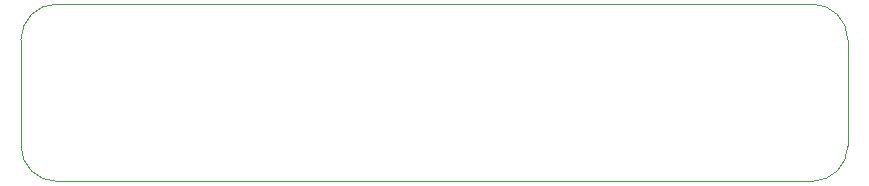
<source format=gm1>
G04*
G04 #@! TF.GenerationSoftware,Altium Limited,Altium Designer,22.10.1 (41)*
G04*
G04 Layer_Color=16711935*
%FSLAX43Y43*%
%MOMM*%
G71*
G04*
G04 #@! TF.SameCoordinates,A06D47DE-3B52-4099-82B1-BC196321E02B*
G04*
G04*
G04 #@! TF.FilePolarity,Positive*
G04*
G01*
G75*
%ADD36C,0.050*%
D36*
X0Y3000D02*
G03*
X3000Y0I3000J0D01*
G01*
X3000Y15000D02*
G03*
X0Y12000I0J-3000D01*
G01*
X70000D02*
G03*
X67000Y15000I-3000J0D01*
G01*
X67000Y0D02*
G03*
X70000Y3000I0J3000D01*
G01*
X3000Y0D02*
X67000D01*
X0Y3000D02*
Y12000D01*
X3000Y15000D02*
X67000D01*
X70000Y3000D02*
Y12000D01*
M02*

</source>
